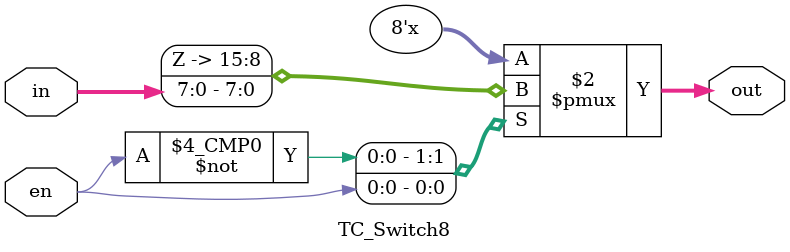
<source format=v>
module TC_Switch8(en, in, out);
    input en;
    input [7:0] in;
    output reg [7:0] out;
    
    always @ (en or in) begin
        case(en)
        1'b0 : out <= 8'bZZZZ_ZZZZ;
        1'b1 : out <= in;
        endcase
    end
endmodule


</source>
